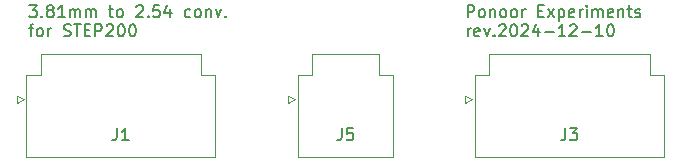
<source format=gbr>
%TF.GenerationSoftware,KiCad,Pcbnew,8.0.7*%
%TF.CreationDate,2024-12-10T12:06:42+09:00*%
%TF.ProjectId,STEP200-XA-motor-connector,53544550-3230-4302-9d58-412d6d6f746f,rev?*%
%TF.SameCoordinates,Original*%
%TF.FileFunction,Legend,Top*%
%TF.FilePolarity,Positive*%
%FSLAX46Y46*%
G04 Gerber Fmt 4.6, Leading zero omitted, Abs format (unit mm)*
G04 Created by KiCad (PCBNEW 8.0.7) date 2024-12-10 12:06:42*
%MOMM*%
%LPD*%
G01*
G04 APERTURE LIST*
%ADD10C,0.150000*%
%ADD11C,0.120000*%
G04 APERTURE END LIST*
D10*
X93241541Y-68039819D02*
X93860588Y-68039819D01*
X93860588Y-68039819D02*
X93527255Y-68420771D01*
X93527255Y-68420771D02*
X93670112Y-68420771D01*
X93670112Y-68420771D02*
X93765350Y-68468390D01*
X93765350Y-68468390D02*
X93812969Y-68516009D01*
X93812969Y-68516009D02*
X93860588Y-68611247D01*
X93860588Y-68611247D02*
X93860588Y-68849342D01*
X93860588Y-68849342D02*
X93812969Y-68944580D01*
X93812969Y-68944580D02*
X93765350Y-68992200D01*
X93765350Y-68992200D02*
X93670112Y-69039819D01*
X93670112Y-69039819D02*
X93384398Y-69039819D01*
X93384398Y-69039819D02*
X93289160Y-68992200D01*
X93289160Y-68992200D02*
X93241541Y-68944580D01*
X94289160Y-68944580D02*
X94336779Y-68992200D01*
X94336779Y-68992200D02*
X94289160Y-69039819D01*
X94289160Y-69039819D02*
X94241541Y-68992200D01*
X94241541Y-68992200D02*
X94289160Y-68944580D01*
X94289160Y-68944580D02*
X94289160Y-69039819D01*
X94908207Y-68468390D02*
X94812969Y-68420771D01*
X94812969Y-68420771D02*
X94765350Y-68373152D01*
X94765350Y-68373152D02*
X94717731Y-68277914D01*
X94717731Y-68277914D02*
X94717731Y-68230295D01*
X94717731Y-68230295D02*
X94765350Y-68135057D01*
X94765350Y-68135057D02*
X94812969Y-68087438D01*
X94812969Y-68087438D02*
X94908207Y-68039819D01*
X94908207Y-68039819D02*
X95098683Y-68039819D01*
X95098683Y-68039819D02*
X95193921Y-68087438D01*
X95193921Y-68087438D02*
X95241540Y-68135057D01*
X95241540Y-68135057D02*
X95289159Y-68230295D01*
X95289159Y-68230295D02*
X95289159Y-68277914D01*
X95289159Y-68277914D02*
X95241540Y-68373152D01*
X95241540Y-68373152D02*
X95193921Y-68420771D01*
X95193921Y-68420771D02*
X95098683Y-68468390D01*
X95098683Y-68468390D02*
X94908207Y-68468390D01*
X94908207Y-68468390D02*
X94812969Y-68516009D01*
X94812969Y-68516009D02*
X94765350Y-68563628D01*
X94765350Y-68563628D02*
X94717731Y-68658866D01*
X94717731Y-68658866D02*
X94717731Y-68849342D01*
X94717731Y-68849342D02*
X94765350Y-68944580D01*
X94765350Y-68944580D02*
X94812969Y-68992200D01*
X94812969Y-68992200D02*
X94908207Y-69039819D01*
X94908207Y-69039819D02*
X95098683Y-69039819D01*
X95098683Y-69039819D02*
X95193921Y-68992200D01*
X95193921Y-68992200D02*
X95241540Y-68944580D01*
X95241540Y-68944580D02*
X95289159Y-68849342D01*
X95289159Y-68849342D02*
X95289159Y-68658866D01*
X95289159Y-68658866D02*
X95241540Y-68563628D01*
X95241540Y-68563628D02*
X95193921Y-68516009D01*
X95193921Y-68516009D02*
X95098683Y-68468390D01*
X96241540Y-69039819D02*
X95670112Y-69039819D01*
X95955826Y-69039819D02*
X95955826Y-68039819D01*
X95955826Y-68039819D02*
X95860588Y-68182676D01*
X95860588Y-68182676D02*
X95765350Y-68277914D01*
X95765350Y-68277914D02*
X95670112Y-68325533D01*
X96670112Y-69039819D02*
X96670112Y-68373152D01*
X96670112Y-68468390D02*
X96717731Y-68420771D01*
X96717731Y-68420771D02*
X96812969Y-68373152D01*
X96812969Y-68373152D02*
X96955826Y-68373152D01*
X96955826Y-68373152D02*
X97051064Y-68420771D01*
X97051064Y-68420771D02*
X97098683Y-68516009D01*
X97098683Y-68516009D02*
X97098683Y-69039819D01*
X97098683Y-68516009D02*
X97146302Y-68420771D01*
X97146302Y-68420771D02*
X97241540Y-68373152D01*
X97241540Y-68373152D02*
X97384397Y-68373152D01*
X97384397Y-68373152D02*
X97479636Y-68420771D01*
X97479636Y-68420771D02*
X97527255Y-68516009D01*
X97527255Y-68516009D02*
X97527255Y-69039819D01*
X98003445Y-69039819D02*
X98003445Y-68373152D01*
X98003445Y-68468390D02*
X98051064Y-68420771D01*
X98051064Y-68420771D02*
X98146302Y-68373152D01*
X98146302Y-68373152D02*
X98289159Y-68373152D01*
X98289159Y-68373152D02*
X98384397Y-68420771D01*
X98384397Y-68420771D02*
X98432016Y-68516009D01*
X98432016Y-68516009D02*
X98432016Y-69039819D01*
X98432016Y-68516009D02*
X98479635Y-68420771D01*
X98479635Y-68420771D02*
X98574873Y-68373152D01*
X98574873Y-68373152D02*
X98717730Y-68373152D01*
X98717730Y-68373152D02*
X98812969Y-68420771D01*
X98812969Y-68420771D02*
X98860588Y-68516009D01*
X98860588Y-68516009D02*
X98860588Y-69039819D01*
X99955826Y-68373152D02*
X100336778Y-68373152D01*
X100098683Y-68039819D02*
X100098683Y-68896961D01*
X100098683Y-68896961D02*
X100146302Y-68992200D01*
X100146302Y-68992200D02*
X100241540Y-69039819D01*
X100241540Y-69039819D02*
X100336778Y-69039819D01*
X100812969Y-69039819D02*
X100717731Y-68992200D01*
X100717731Y-68992200D02*
X100670112Y-68944580D01*
X100670112Y-68944580D02*
X100622493Y-68849342D01*
X100622493Y-68849342D02*
X100622493Y-68563628D01*
X100622493Y-68563628D02*
X100670112Y-68468390D01*
X100670112Y-68468390D02*
X100717731Y-68420771D01*
X100717731Y-68420771D02*
X100812969Y-68373152D01*
X100812969Y-68373152D02*
X100955826Y-68373152D01*
X100955826Y-68373152D02*
X101051064Y-68420771D01*
X101051064Y-68420771D02*
X101098683Y-68468390D01*
X101098683Y-68468390D02*
X101146302Y-68563628D01*
X101146302Y-68563628D02*
X101146302Y-68849342D01*
X101146302Y-68849342D02*
X101098683Y-68944580D01*
X101098683Y-68944580D02*
X101051064Y-68992200D01*
X101051064Y-68992200D02*
X100955826Y-69039819D01*
X100955826Y-69039819D02*
X100812969Y-69039819D01*
X102289160Y-68135057D02*
X102336779Y-68087438D01*
X102336779Y-68087438D02*
X102432017Y-68039819D01*
X102432017Y-68039819D02*
X102670112Y-68039819D01*
X102670112Y-68039819D02*
X102765350Y-68087438D01*
X102765350Y-68087438D02*
X102812969Y-68135057D01*
X102812969Y-68135057D02*
X102860588Y-68230295D01*
X102860588Y-68230295D02*
X102860588Y-68325533D01*
X102860588Y-68325533D02*
X102812969Y-68468390D01*
X102812969Y-68468390D02*
X102241541Y-69039819D01*
X102241541Y-69039819D02*
X102860588Y-69039819D01*
X103289160Y-68944580D02*
X103336779Y-68992200D01*
X103336779Y-68992200D02*
X103289160Y-69039819D01*
X103289160Y-69039819D02*
X103241541Y-68992200D01*
X103241541Y-68992200D02*
X103289160Y-68944580D01*
X103289160Y-68944580D02*
X103289160Y-69039819D01*
X104241540Y-68039819D02*
X103765350Y-68039819D01*
X103765350Y-68039819D02*
X103717731Y-68516009D01*
X103717731Y-68516009D02*
X103765350Y-68468390D01*
X103765350Y-68468390D02*
X103860588Y-68420771D01*
X103860588Y-68420771D02*
X104098683Y-68420771D01*
X104098683Y-68420771D02*
X104193921Y-68468390D01*
X104193921Y-68468390D02*
X104241540Y-68516009D01*
X104241540Y-68516009D02*
X104289159Y-68611247D01*
X104289159Y-68611247D02*
X104289159Y-68849342D01*
X104289159Y-68849342D02*
X104241540Y-68944580D01*
X104241540Y-68944580D02*
X104193921Y-68992200D01*
X104193921Y-68992200D02*
X104098683Y-69039819D01*
X104098683Y-69039819D02*
X103860588Y-69039819D01*
X103860588Y-69039819D02*
X103765350Y-68992200D01*
X103765350Y-68992200D02*
X103717731Y-68944580D01*
X105146302Y-68373152D02*
X105146302Y-69039819D01*
X104908207Y-67992200D02*
X104670112Y-68706485D01*
X104670112Y-68706485D02*
X105289159Y-68706485D01*
X106860588Y-68992200D02*
X106765350Y-69039819D01*
X106765350Y-69039819D02*
X106574874Y-69039819D01*
X106574874Y-69039819D02*
X106479636Y-68992200D01*
X106479636Y-68992200D02*
X106432017Y-68944580D01*
X106432017Y-68944580D02*
X106384398Y-68849342D01*
X106384398Y-68849342D02*
X106384398Y-68563628D01*
X106384398Y-68563628D02*
X106432017Y-68468390D01*
X106432017Y-68468390D02*
X106479636Y-68420771D01*
X106479636Y-68420771D02*
X106574874Y-68373152D01*
X106574874Y-68373152D02*
X106765350Y-68373152D01*
X106765350Y-68373152D02*
X106860588Y-68420771D01*
X107432017Y-69039819D02*
X107336779Y-68992200D01*
X107336779Y-68992200D02*
X107289160Y-68944580D01*
X107289160Y-68944580D02*
X107241541Y-68849342D01*
X107241541Y-68849342D02*
X107241541Y-68563628D01*
X107241541Y-68563628D02*
X107289160Y-68468390D01*
X107289160Y-68468390D02*
X107336779Y-68420771D01*
X107336779Y-68420771D02*
X107432017Y-68373152D01*
X107432017Y-68373152D02*
X107574874Y-68373152D01*
X107574874Y-68373152D02*
X107670112Y-68420771D01*
X107670112Y-68420771D02*
X107717731Y-68468390D01*
X107717731Y-68468390D02*
X107765350Y-68563628D01*
X107765350Y-68563628D02*
X107765350Y-68849342D01*
X107765350Y-68849342D02*
X107717731Y-68944580D01*
X107717731Y-68944580D02*
X107670112Y-68992200D01*
X107670112Y-68992200D02*
X107574874Y-69039819D01*
X107574874Y-69039819D02*
X107432017Y-69039819D01*
X108193922Y-68373152D02*
X108193922Y-69039819D01*
X108193922Y-68468390D02*
X108241541Y-68420771D01*
X108241541Y-68420771D02*
X108336779Y-68373152D01*
X108336779Y-68373152D02*
X108479636Y-68373152D01*
X108479636Y-68373152D02*
X108574874Y-68420771D01*
X108574874Y-68420771D02*
X108622493Y-68516009D01*
X108622493Y-68516009D02*
X108622493Y-69039819D01*
X109003446Y-68373152D02*
X109241541Y-69039819D01*
X109241541Y-69039819D02*
X109479636Y-68373152D01*
X109860589Y-68944580D02*
X109908208Y-68992200D01*
X109908208Y-68992200D02*
X109860589Y-69039819D01*
X109860589Y-69039819D02*
X109812970Y-68992200D01*
X109812970Y-68992200D02*
X109860589Y-68944580D01*
X109860589Y-68944580D02*
X109860589Y-69039819D01*
X93193922Y-69983096D02*
X93574874Y-69983096D01*
X93336779Y-70649763D02*
X93336779Y-69792620D01*
X93336779Y-69792620D02*
X93384398Y-69697382D01*
X93384398Y-69697382D02*
X93479636Y-69649763D01*
X93479636Y-69649763D02*
X93574874Y-69649763D01*
X94051065Y-70649763D02*
X93955827Y-70602144D01*
X93955827Y-70602144D02*
X93908208Y-70554524D01*
X93908208Y-70554524D02*
X93860589Y-70459286D01*
X93860589Y-70459286D02*
X93860589Y-70173572D01*
X93860589Y-70173572D02*
X93908208Y-70078334D01*
X93908208Y-70078334D02*
X93955827Y-70030715D01*
X93955827Y-70030715D02*
X94051065Y-69983096D01*
X94051065Y-69983096D02*
X94193922Y-69983096D01*
X94193922Y-69983096D02*
X94289160Y-70030715D01*
X94289160Y-70030715D02*
X94336779Y-70078334D01*
X94336779Y-70078334D02*
X94384398Y-70173572D01*
X94384398Y-70173572D02*
X94384398Y-70459286D01*
X94384398Y-70459286D02*
X94336779Y-70554524D01*
X94336779Y-70554524D02*
X94289160Y-70602144D01*
X94289160Y-70602144D02*
X94193922Y-70649763D01*
X94193922Y-70649763D02*
X94051065Y-70649763D01*
X94812970Y-70649763D02*
X94812970Y-69983096D01*
X94812970Y-70173572D02*
X94860589Y-70078334D01*
X94860589Y-70078334D02*
X94908208Y-70030715D01*
X94908208Y-70030715D02*
X95003446Y-69983096D01*
X95003446Y-69983096D02*
X95098684Y-69983096D01*
X96146304Y-70602144D02*
X96289161Y-70649763D01*
X96289161Y-70649763D02*
X96527256Y-70649763D01*
X96527256Y-70649763D02*
X96622494Y-70602144D01*
X96622494Y-70602144D02*
X96670113Y-70554524D01*
X96670113Y-70554524D02*
X96717732Y-70459286D01*
X96717732Y-70459286D02*
X96717732Y-70364048D01*
X96717732Y-70364048D02*
X96670113Y-70268810D01*
X96670113Y-70268810D02*
X96622494Y-70221191D01*
X96622494Y-70221191D02*
X96527256Y-70173572D01*
X96527256Y-70173572D02*
X96336780Y-70125953D01*
X96336780Y-70125953D02*
X96241542Y-70078334D01*
X96241542Y-70078334D02*
X96193923Y-70030715D01*
X96193923Y-70030715D02*
X96146304Y-69935477D01*
X96146304Y-69935477D02*
X96146304Y-69840239D01*
X96146304Y-69840239D02*
X96193923Y-69745001D01*
X96193923Y-69745001D02*
X96241542Y-69697382D01*
X96241542Y-69697382D02*
X96336780Y-69649763D01*
X96336780Y-69649763D02*
X96574875Y-69649763D01*
X96574875Y-69649763D02*
X96717732Y-69697382D01*
X97003447Y-69649763D02*
X97574875Y-69649763D01*
X97289161Y-70649763D02*
X97289161Y-69649763D01*
X97908209Y-70125953D02*
X98241542Y-70125953D01*
X98384399Y-70649763D02*
X97908209Y-70649763D01*
X97908209Y-70649763D02*
X97908209Y-69649763D01*
X97908209Y-69649763D02*
X98384399Y-69649763D01*
X98812971Y-70649763D02*
X98812971Y-69649763D01*
X98812971Y-69649763D02*
X99193923Y-69649763D01*
X99193923Y-69649763D02*
X99289161Y-69697382D01*
X99289161Y-69697382D02*
X99336780Y-69745001D01*
X99336780Y-69745001D02*
X99384399Y-69840239D01*
X99384399Y-69840239D02*
X99384399Y-69983096D01*
X99384399Y-69983096D02*
X99336780Y-70078334D01*
X99336780Y-70078334D02*
X99289161Y-70125953D01*
X99289161Y-70125953D02*
X99193923Y-70173572D01*
X99193923Y-70173572D02*
X98812971Y-70173572D01*
X99765352Y-69745001D02*
X99812971Y-69697382D01*
X99812971Y-69697382D02*
X99908209Y-69649763D01*
X99908209Y-69649763D02*
X100146304Y-69649763D01*
X100146304Y-69649763D02*
X100241542Y-69697382D01*
X100241542Y-69697382D02*
X100289161Y-69745001D01*
X100289161Y-69745001D02*
X100336780Y-69840239D01*
X100336780Y-69840239D02*
X100336780Y-69935477D01*
X100336780Y-69935477D02*
X100289161Y-70078334D01*
X100289161Y-70078334D02*
X99717733Y-70649763D01*
X99717733Y-70649763D02*
X100336780Y-70649763D01*
X100955828Y-69649763D02*
X101051066Y-69649763D01*
X101051066Y-69649763D02*
X101146304Y-69697382D01*
X101146304Y-69697382D02*
X101193923Y-69745001D01*
X101193923Y-69745001D02*
X101241542Y-69840239D01*
X101241542Y-69840239D02*
X101289161Y-70030715D01*
X101289161Y-70030715D02*
X101289161Y-70268810D01*
X101289161Y-70268810D02*
X101241542Y-70459286D01*
X101241542Y-70459286D02*
X101193923Y-70554524D01*
X101193923Y-70554524D02*
X101146304Y-70602144D01*
X101146304Y-70602144D02*
X101051066Y-70649763D01*
X101051066Y-70649763D02*
X100955828Y-70649763D01*
X100955828Y-70649763D02*
X100860590Y-70602144D01*
X100860590Y-70602144D02*
X100812971Y-70554524D01*
X100812971Y-70554524D02*
X100765352Y-70459286D01*
X100765352Y-70459286D02*
X100717733Y-70268810D01*
X100717733Y-70268810D02*
X100717733Y-70030715D01*
X100717733Y-70030715D02*
X100765352Y-69840239D01*
X100765352Y-69840239D02*
X100812971Y-69745001D01*
X100812971Y-69745001D02*
X100860590Y-69697382D01*
X100860590Y-69697382D02*
X100955828Y-69649763D01*
X101908209Y-69649763D02*
X102003447Y-69649763D01*
X102003447Y-69649763D02*
X102098685Y-69697382D01*
X102098685Y-69697382D02*
X102146304Y-69745001D01*
X102146304Y-69745001D02*
X102193923Y-69840239D01*
X102193923Y-69840239D02*
X102241542Y-70030715D01*
X102241542Y-70030715D02*
X102241542Y-70268810D01*
X102241542Y-70268810D02*
X102193923Y-70459286D01*
X102193923Y-70459286D02*
X102146304Y-70554524D01*
X102146304Y-70554524D02*
X102098685Y-70602144D01*
X102098685Y-70602144D02*
X102003447Y-70649763D01*
X102003447Y-70649763D02*
X101908209Y-70649763D01*
X101908209Y-70649763D02*
X101812971Y-70602144D01*
X101812971Y-70602144D02*
X101765352Y-70554524D01*
X101765352Y-70554524D02*
X101717733Y-70459286D01*
X101717733Y-70459286D02*
X101670114Y-70268810D01*
X101670114Y-70268810D02*
X101670114Y-70030715D01*
X101670114Y-70030715D02*
X101717733Y-69840239D01*
X101717733Y-69840239D02*
X101765352Y-69745001D01*
X101765352Y-69745001D02*
X101812971Y-69697382D01*
X101812971Y-69697382D02*
X101908209Y-69649763D01*
X130336779Y-69039819D02*
X130336779Y-68039819D01*
X130336779Y-68039819D02*
X130717731Y-68039819D01*
X130717731Y-68039819D02*
X130812969Y-68087438D01*
X130812969Y-68087438D02*
X130860588Y-68135057D01*
X130860588Y-68135057D02*
X130908207Y-68230295D01*
X130908207Y-68230295D02*
X130908207Y-68373152D01*
X130908207Y-68373152D02*
X130860588Y-68468390D01*
X130860588Y-68468390D02*
X130812969Y-68516009D01*
X130812969Y-68516009D02*
X130717731Y-68563628D01*
X130717731Y-68563628D02*
X130336779Y-68563628D01*
X131479636Y-69039819D02*
X131384398Y-68992200D01*
X131384398Y-68992200D02*
X131336779Y-68944580D01*
X131336779Y-68944580D02*
X131289160Y-68849342D01*
X131289160Y-68849342D02*
X131289160Y-68563628D01*
X131289160Y-68563628D02*
X131336779Y-68468390D01*
X131336779Y-68468390D02*
X131384398Y-68420771D01*
X131384398Y-68420771D02*
X131479636Y-68373152D01*
X131479636Y-68373152D02*
X131622493Y-68373152D01*
X131622493Y-68373152D02*
X131717731Y-68420771D01*
X131717731Y-68420771D02*
X131765350Y-68468390D01*
X131765350Y-68468390D02*
X131812969Y-68563628D01*
X131812969Y-68563628D02*
X131812969Y-68849342D01*
X131812969Y-68849342D02*
X131765350Y-68944580D01*
X131765350Y-68944580D02*
X131717731Y-68992200D01*
X131717731Y-68992200D02*
X131622493Y-69039819D01*
X131622493Y-69039819D02*
X131479636Y-69039819D01*
X132241541Y-68373152D02*
X132241541Y-69039819D01*
X132241541Y-68468390D02*
X132289160Y-68420771D01*
X132289160Y-68420771D02*
X132384398Y-68373152D01*
X132384398Y-68373152D02*
X132527255Y-68373152D01*
X132527255Y-68373152D02*
X132622493Y-68420771D01*
X132622493Y-68420771D02*
X132670112Y-68516009D01*
X132670112Y-68516009D02*
X132670112Y-69039819D01*
X133289160Y-69039819D02*
X133193922Y-68992200D01*
X133193922Y-68992200D02*
X133146303Y-68944580D01*
X133146303Y-68944580D02*
X133098684Y-68849342D01*
X133098684Y-68849342D02*
X133098684Y-68563628D01*
X133098684Y-68563628D02*
X133146303Y-68468390D01*
X133146303Y-68468390D02*
X133193922Y-68420771D01*
X133193922Y-68420771D02*
X133289160Y-68373152D01*
X133289160Y-68373152D02*
X133432017Y-68373152D01*
X133432017Y-68373152D02*
X133527255Y-68420771D01*
X133527255Y-68420771D02*
X133574874Y-68468390D01*
X133574874Y-68468390D02*
X133622493Y-68563628D01*
X133622493Y-68563628D02*
X133622493Y-68849342D01*
X133622493Y-68849342D02*
X133574874Y-68944580D01*
X133574874Y-68944580D02*
X133527255Y-68992200D01*
X133527255Y-68992200D02*
X133432017Y-69039819D01*
X133432017Y-69039819D02*
X133289160Y-69039819D01*
X134193922Y-69039819D02*
X134098684Y-68992200D01*
X134098684Y-68992200D02*
X134051065Y-68944580D01*
X134051065Y-68944580D02*
X134003446Y-68849342D01*
X134003446Y-68849342D02*
X134003446Y-68563628D01*
X134003446Y-68563628D02*
X134051065Y-68468390D01*
X134051065Y-68468390D02*
X134098684Y-68420771D01*
X134098684Y-68420771D02*
X134193922Y-68373152D01*
X134193922Y-68373152D02*
X134336779Y-68373152D01*
X134336779Y-68373152D02*
X134432017Y-68420771D01*
X134432017Y-68420771D02*
X134479636Y-68468390D01*
X134479636Y-68468390D02*
X134527255Y-68563628D01*
X134527255Y-68563628D02*
X134527255Y-68849342D01*
X134527255Y-68849342D02*
X134479636Y-68944580D01*
X134479636Y-68944580D02*
X134432017Y-68992200D01*
X134432017Y-68992200D02*
X134336779Y-69039819D01*
X134336779Y-69039819D02*
X134193922Y-69039819D01*
X134955827Y-69039819D02*
X134955827Y-68373152D01*
X134955827Y-68563628D02*
X135003446Y-68468390D01*
X135003446Y-68468390D02*
X135051065Y-68420771D01*
X135051065Y-68420771D02*
X135146303Y-68373152D01*
X135146303Y-68373152D02*
X135241541Y-68373152D01*
X136336780Y-68516009D02*
X136670113Y-68516009D01*
X136812970Y-69039819D02*
X136336780Y-69039819D01*
X136336780Y-69039819D02*
X136336780Y-68039819D01*
X136336780Y-68039819D02*
X136812970Y-68039819D01*
X137146304Y-69039819D02*
X137670113Y-68373152D01*
X137146304Y-68373152D02*
X137670113Y-69039819D01*
X138051066Y-68373152D02*
X138051066Y-69373152D01*
X138051066Y-68420771D02*
X138146304Y-68373152D01*
X138146304Y-68373152D02*
X138336780Y-68373152D01*
X138336780Y-68373152D02*
X138432018Y-68420771D01*
X138432018Y-68420771D02*
X138479637Y-68468390D01*
X138479637Y-68468390D02*
X138527256Y-68563628D01*
X138527256Y-68563628D02*
X138527256Y-68849342D01*
X138527256Y-68849342D02*
X138479637Y-68944580D01*
X138479637Y-68944580D02*
X138432018Y-68992200D01*
X138432018Y-68992200D02*
X138336780Y-69039819D01*
X138336780Y-69039819D02*
X138146304Y-69039819D01*
X138146304Y-69039819D02*
X138051066Y-68992200D01*
X139336780Y-68992200D02*
X139241542Y-69039819D01*
X139241542Y-69039819D02*
X139051066Y-69039819D01*
X139051066Y-69039819D02*
X138955828Y-68992200D01*
X138955828Y-68992200D02*
X138908209Y-68896961D01*
X138908209Y-68896961D02*
X138908209Y-68516009D01*
X138908209Y-68516009D02*
X138955828Y-68420771D01*
X138955828Y-68420771D02*
X139051066Y-68373152D01*
X139051066Y-68373152D02*
X139241542Y-68373152D01*
X139241542Y-68373152D02*
X139336780Y-68420771D01*
X139336780Y-68420771D02*
X139384399Y-68516009D01*
X139384399Y-68516009D02*
X139384399Y-68611247D01*
X139384399Y-68611247D02*
X138908209Y-68706485D01*
X139812971Y-69039819D02*
X139812971Y-68373152D01*
X139812971Y-68563628D02*
X139860590Y-68468390D01*
X139860590Y-68468390D02*
X139908209Y-68420771D01*
X139908209Y-68420771D02*
X140003447Y-68373152D01*
X140003447Y-68373152D02*
X140098685Y-68373152D01*
X140432019Y-69039819D02*
X140432019Y-68373152D01*
X140432019Y-68039819D02*
X140384400Y-68087438D01*
X140384400Y-68087438D02*
X140432019Y-68135057D01*
X140432019Y-68135057D02*
X140479638Y-68087438D01*
X140479638Y-68087438D02*
X140432019Y-68039819D01*
X140432019Y-68039819D02*
X140432019Y-68135057D01*
X140908209Y-69039819D02*
X140908209Y-68373152D01*
X140908209Y-68468390D02*
X140955828Y-68420771D01*
X140955828Y-68420771D02*
X141051066Y-68373152D01*
X141051066Y-68373152D02*
X141193923Y-68373152D01*
X141193923Y-68373152D02*
X141289161Y-68420771D01*
X141289161Y-68420771D02*
X141336780Y-68516009D01*
X141336780Y-68516009D02*
X141336780Y-69039819D01*
X141336780Y-68516009D02*
X141384399Y-68420771D01*
X141384399Y-68420771D02*
X141479637Y-68373152D01*
X141479637Y-68373152D02*
X141622494Y-68373152D01*
X141622494Y-68373152D02*
X141717733Y-68420771D01*
X141717733Y-68420771D02*
X141765352Y-68516009D01*
X141765352Y-68516009D02*
X141765352Y-69039819D01*
X142622494Y-68992200D02*
X142527256Y-69039819D01*
X142527256Y-69039819D02*
X142336780Y-69039819D01*
X142336780Y-69039819D02*
X142241542Y-68992200D01*
X142241542Y-68992200D02*
X142193923Y-68896961D01*
X142193923Y-68896961D02*
X142193923Y-68516009D01*
X142193923Y-68516009D02*
X142241542Y-68420771D01*
X142241542Y-68420771D02*
X142336780Y-68373152D01*
X142336780Y-68373152D02*
X142527256Y-68373152D01*
X142527256Y-68373152D02*
X142622494Y-68420771D01*
X142622494Y-68420771D02*
X142670113Y-68516009D01*
X142670113Y-68516009D02*
X142670113Y-68611247D01*
X142670113Y-68611247D02*
X142193923Y-68706485D01*
X143098685Y-68373152D02*
X143098685Y-69039819D01*
X143098685Y-68468390D02*
X143146304Y-68420771D01*
X143146304Y-68420771D02*
X143241542Y-68373152D01*
X143241542Y-68373152D02*
X143384399Y-68373152D01*
X143384399Y-68373152D02*
X143479637Y-68420771D01*
X143479637Y-68420771D02*
X143527256Y-68516009D01*
X143527256Y-68516009D02*
X143527256Y-69039819D01*
X143860590Y-68373152D02*
X144241542Y-68373152D01*
X144003447Y-68039819D02*
X144003447Y-68896961D01*
X144003447Y-68896961D02*
X144051066Y-68992200D01*
X144051066Y-68992200D02*
X144146304Y-69039819D01*
X144146304Y-69039819D02*
X144241542Y-69039819D01*
X144527257Y-68992200D02*
X144622495Y-69039819D01*
X144622495Y-69039819D02*
X144812971Y-69039819D01*
X144812971Y-69039819D02*
X144908209Y-68992200D01*
X144908209Y-68992200D02*
X144955828Y-68896961D01*
X144955828Y-68896961D02*
X144955828Y-68849342D01*
X144955828Y-68849342D02*
X144908209Y-68754104D01*
X144908209Y-68754104D02*
X144812971Y-68706485D01*
X144812971Y-68706485D02*
X144670114Y-68706485D01*
X144670114Y-68706485D02*
X144574876Y-68658866D01*
X144574876Y-68658866D02*
X144527257Y-68563628D01*
X144527257Y-68563628D02*
X144527257Y-68516009D01*
X144527257Y-68516009D02*
X144574876Y-68420771D01*
X144574876Y-68420771D02*
X144670114Y-68373152D01*
X144670114Y-68373152D02*
X144812971Y-68373152D01*
X144812971Y-68373152D02*
X144908209Y-68420771D01*
X130336779Y-70649763D02*
X130336779Y-69983096D01*
X130336779Y-70173572D02*
X130384398Y-70078334D01*
X130384398Y-70078334D02*
X130432017Y-70030715D01*
X130432017Y-70030715D02*
X130527255Y-69983096D01*
X130527255Y-69983096D02*
X130622493Y-69983096D01*
X131336779Y-70602144D02*
X131241541Y-70649763D01*
X131241541Y-70649763D02*
X131051065Y-70649763D01*
X131051065Y-70649763D02*
X130955827Y-70602144D01*
X130955827Y-70602144D02*
X130908208Y-70506905D01*
X130908208Y-70506905D02*
X130908208Y-70125953D01*
X130908208Y-70125953D02*
X130955827Y-70030715D01*
X130955827Y-70030715D02*
X131051065Y-69983096D01*
X131051065Y-69983096D02*
X131241541Y-69983096D01*
X131241541Y-69983096D02*
X131336779Y-70030715D01*
X131336779Y-70030715D02*
X131384398Y-70125953D01*
X131384398Y-70125953D02*
X131384398Y-70221191D01*
X131384398Y-70221191D02*
X130908208Y-70316429D01*
X131717732Y-69983096D02*
X131955827Y-70649763D01*
X131955827Y-70649763D02*
X132193922Y-69983096D01*
X132574875Y-70554524D02*
X132622494Y-70602144D01*
X132622494Y-70602144D02*
X132574875Y-70649763D01*
X132574875Y-70649763D02*
X132527256Y-70602144D01*
X132527256Y-70602144D02*
X132574875Y-70554524D01*
X132574875Y-70554524D02*
X132574875Y-70649763D01*
X133003446Y-69745001D02*
X133051065Y-69697382D01*
X133051065Y-69697382D02*
X133146303Y-69649763D01*
X133146303Y-69649763D02*
X133384398Y-69649763D01*
X133384398Y-69649763D02*
X133479636Y-69697382D01*
X133479636Y-69697382D02*
X133527255Y-69745001D01*
X133527255Y-69745001D02*
X133574874Y-69840239D01*
X133574874Y-69840239D02*
X133574874Y-69935477D01*
X133574874Y-69935477D02*
X133527255Y-70078334D01*
X133527255Y-70078334D02*
X132955827Y-70649763D01*
X132955827Y-70649763D02*
X133574874Y-70649763D01*
X134193922Y-69649763D02*
X134289160Y-69649763D01*
X134289160Y-69649763D02*
X134384398Y-69697382D01*
X134384398Y-69697382D02*
X134432017Y-69745001D01*
X134432017Y-69745001D02*
X134479636Y-69840239D01*
X134479636Y-69840239D02*
X134527255Y-70030715D01*
X134527255Y-70030715D02*
X134527255Y-70268810D01*
X134527255Y-70268810D02*
X134479636Y-70459286D01*
X134479636Y-70459286D02*
X134432017Y-70554524D01*
X134432017Y-70554524D02*
X134384398Y-70602144D01*
X134384398Y-70602144D02*
X134289160Y-70649763D01*
X134289160Y-70649763D02*
X134193922Y-70649763D01*
X134193922Y-70649763D02*
X134098684Y-70602144D01*
X134098684Y-70602144D02*
X134051065Y-70554524D01*
X134051065Y-70554524D02*
X134003446Y-70459286D01*
X134003446Y-70459286D02*
X133955827Y-70268810D01*
X133955827Y-70268810D02*
X133955827Y-70030715D01*
X133955827Y-70030715D02*
X134003446Y-69840239D01*
X134003446Y-69840239D02*
X134051065Y-69745001D01*
X134051065Y-69745001D02*
X134098684Y-69697382D01*
X134098684Y-69697382D02*
X134193922Y-69649763D01*
X134908208Y-69745001D02*
X134955827Y-69697382D01*
X134955827Y-69697382D02*
X135051065Y-69649763D01*
X135051065Y-69649763D02*
X135289160Y-69649763D01*
X135289160Y-69649763D02*
X135384398Y-69697382D01*
X135384398Y-69697382D02*
X135432017Y-69745001D01*
X135432017Y-69745001D02*
X135479636Y-69840239D01*
X135479636Y-69840239D02*
X135479636Y-69935477D01*
X135479636Y-69935477D02*
X135432017Y-70078334D01*
X135432017Y-70078334D02*
X134860589Y-70649763D01*
X134860589Y-70649763D02*
X135479636Y-70649763D01*
X136336779Y-69983096D02*
X136336779Y-70649763D01*
X136098684Y-69602144D02*
X135860589Y-70316429D01*
X135860589Y-70316429D02*
X136479636Y-70316429D01*
X136860589Y-70268810D02*
X137622494Y-70268810D01*
X138622493Y-70649763D02*
X138051065Y-70649763D01*
X138336779Y-70649763D02*
X138336779Y-69649763D01*
X138336779Y-69649763D02*
X138241541Y-69792620D01*
X138241541Y-69792620D02*
X138146303Y-69887858D01*
X138146303Y-69887858D02*
X138051065Y-69935477D01*
X139003446Y-69745001D02*
X139051065Y-69697382D01*
X139051065Y-69697382D02*
X139146303Y-69649763D01*
X139146303Y-69649763D02*
X139384398Y-69649763D01*
X139384398Y-69649763D02*
X139479636Y-69697382D01*
X139479636Y-69697382D02*
X139527255Y-69745001D01*
X139527255Y-69745001D02*
X139574874Y-69840239D01*
X139574874Y-69840239D02*
X139574874Y-69935477D01*
X139574874Y-69935477D02*
X139527255Y-70078334D01*
X139527255Y-70078334D02*
X138955827Y-70649763D01*
X138955827Y-70649763D02*
X139574874Y-70649763D01*
X140003446Y-70268810D02*
X140765351Y-70268810D01*
X141765350Y-70649763D02*
X141193922Y-70649763D01*
X141479636Y-70649763D02*
X141479636Y-69649763D01*
X141479636Y-69649763D02*
X141384398Y-69792620D01*
X141384398Y-69792620D02*
X141289160Y-69887858D01*
X141289160Y-69887858D02*
X141193922Y-69935477D01*
X142384398Y-69649763D02*
X142479636Y-69649763D01*
X142479636Y-69649763D02*
X142574874Y-69697382D01*
X142574874Y-69697382D02*
X142622493Y-69745001D01*
X142622493Y-69745001D02*
X142670112Y-69840239D01*
X142670112Y-69840239D02*
X142717731Y-70030715D01*
X142717731Y-70030715D02*
X142717731Y-70268810D01*
X142717731Y-70268810D02*
X142670112Y-70459286D01*
X142670112Y-70459286D02*
X142622493Y-70554524D01*
X142622493Y-70554524D02*
X142574874Y-70602144D01*
X142574874Y-70602144D02*
X142479636Y-70649763D01*
X142479636Y-70649763D02*
X142384398Y-70649763D01*
X142384398Y-70649763D02*
X142289160Y-70602144D01*
X142289160Y-70602144D02*
X142241541Y-70554524D01*
X142241541Y-70554524D02*
X142193922Y-70459286D01*
X142193922Y-70459286D02*
X142146303Y-70268810D01*
X142146303Y-70268810D02*
X142146303Y-70030715D01*
X142146303Y-70030715D02*
X142193922Y-69840239D01*
X142193922Y-69840239D02*
X142241541Y-69745001D01*
X142241541Y-69745001D02*
X142289160Y-69697382D01*
X142289160Y-69697382D02*
X142384398Y-69649763D01*
X100646666Y-78454819D02*
X100646666Y-79169104D01*
X100646666Y-79169104D02*
X100599047Y-79311961D01*
X100599047Y-79311961D02*
X100503809Y-79407200D01*
X100503809Y-79407200D02*
X100360952Y-79454819D01*
X100360952Y-79454819D02*
X100265714Y-79454819D01*
X101646666Y-79454819D02*
X101075238Y-79454819D01*
X101360952Y-79454819D02*
X101360952Y-78454819D01*
X101360952Y-78454819D02*
X101265714Y-78597676D01*
X101265714Y-78597676D02*
X101170476Y-78692914D01*
X101170476Y-78692914D02*
X101075238Y-78740533D01*
X138606666Y-78454819D02*
X138606666Y-79169104D01*
X138606666Y-79169104D02*
X138559047Y-79311961D01*
X138559047Y-79311961D02*
X138463809Y-79407200D01*
X138463809Y-79407200D02*
X138320952Y-79454819D01*
X138320952Y-79454819D02*
X138225714Y-79454819D01*
X138987619Y-78454819D02*
X139606666Y-78454819D01*
X139606666Y-78454819D02*
X139273333Y-78835771D01*
X139273333Y-78835771D02*
X139416190Y-78835771D01*
X139416190Y-78835771D02*
X139511428Y-78883390D01*
X139511428Y-78883390D02*
X139559047Y-78931009D01*
X139559047Y-78931009D02*
X139606666Y-79026247D01*
X139606666Y-79026247D02*
X139606666Y-79264342D01*
X139606666Y-79264342D02*
X139559047Y-79359580D01*
X139559047Y-79359580D02*
X139511428Y-79407200D01*
X139511428Y-79407200D02*
X139416190Y-79454819D01*
X139416190Y-79454819D02*
X139130476Y-79454819D01*
X139130476Y-79454819D02*
X139035238Y-79407200D01*
X139035238Y-79407200D02*
X138987619Y-79359580D01*
X119666666Y-78454819D02*
X119666666Y-79169104D01*
X119666666Y-79169104D02*
X119619047Y-79311961D01*
X119619047Y-79311961D02*
X119523809Y-79407200D01*
X119523809Y-79407200D02*
X119380952Y-79454819D01*
X119380952Y-79454819D02*
X119285714Y-79454819D01*
X120619047Y-78454819D02*
X120142857Y-78454819D01*
X120142857Y-78454819D02*
X120095238Y-78931009D01*
X120095238Y-78931009D02*
X120142857Y-78883390D01*
X120142857Y-78883390D02*
X120238095Y-78835771D01*
X120238095Y-78835771D02*
X120476190Y-78835771D01*
X120476190Y-78835771D02*
X120571428Y-78883390D01*
X120571428Y-78883390D02*
X120619047Y-78931009D01*
X120619047Y-78931009D02*
X120666666Y-79026247D01*
X120666666Y-79026247D02*
X120666666Y-79264342D01*
X120666666Y-79264342D02*
X120619047Y-79359580D01*
X120619047Y-79359580D02*
X120571428Y-79407200D01*
X120571428Y-79407200D02*
X120476190Y-79454819D01*
X120476190Y-79454819D02*
X120238095Y-79454819D01*
X120238095Y-79454819D02*
X120142857Y-79407200D01*
X120142857Y-79407200D02*
X120095238Y-79359580D01*
D11*
%TO.C,J1*%
X108980000Y-80910000D02*
X92980000Y-80910000D01*
X108980000Y-73890000D02*
X108980000Y-80910000D01*
X107780000Y-73890000D02*
X108980000Y-73890000D01*
X107780000Y-72190000D02*
X107780000Y-73890000D01*
X94180000Y-73890000D02*
X94180000Y-72190000D01*
X94180000Y-72190000D02*
X107780000Y-72190000D01*
X92980000Y-80910000D02*
X92980000Y-73890000D01*
X92980000Y-73890000D02*
X94180000Y-73890000D01*
X92780000Y-76000000D02*
X92180000Y-76300000D01*
X92180000Y-76300000D02*
X92180000Y-75700000D01*
X92180000Y-75700000D02*
X92780000Y-76000000D01*
%TO.C,J3*%
X146940000Y-80910000D02*
X130940000Y-80910000D01*
X146940000Y-73890000D02*
X146940000Y-80910000D01*
X145740000Y-73890000D02*
X146940000Y-73890000D01*
X145740000Y-72190000D02*
X145740000Y-73890000D01*
X132140000Y-73890000D02*
X132140000Y-72190000D01*
X132140000Y-72190000D02*
X145740000Y-72190000D01*
X130940000Y-80910000D02*
X130940000Y-73890000D01*
X130940000Y-73890000D02*
X132140000Y-73890000D01*
X130740000Y-76000000D02*
X130140000Y-76300000D01*
X130140000Y-76300000D02*
X130140000Y-75700000D01*
X130140000Y-75700000D02*
X130740000Y-76000000D01*
%TO.C,J5*%
X115140000Y-75700000D02*
X115740000Y-76000000D01*
X115140000Y-76300000D02*
X115140000Y-75700000D01*
X115740000Y-76000000D02*
X115140000Y-76300000D01*
X115940000Y-73890000D02*
X117140000Y-73890000D01*
X115940000Y-80910000D02*
X115940000Y-73890000D01*
X117140000Y-72190000D02*
X122820000Y-72190000D01*
X117140000Y-73890000D02*
X117140000Y-72190000D01*
X122820000Y-72190000D02*
X122820000Y-73890000D01*
X122820000Y-73890000D02*
X124020000Y-73890000D01*
X124020000Y-73890000D02*
X124020000Y-80910000D01*
X124020000Y-80910000D02*
X115940000Y-80910000D01*
%TD*%
M02*

</source>
